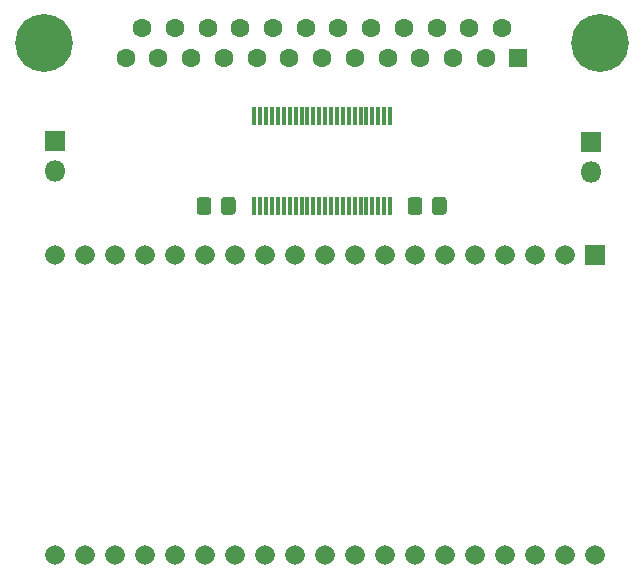
<source format=gbr>
%TF.GenerationSoftware,KiCad,Pcbnew,(5.1.6)-1*%
%TF.CreationDate,2022-10-28T15:03:09-04:00*%
%TF.ProjectId,Amiga ESP32fi,416d6967-6120-4455-9350-333266692e6b,rev?*%
%TF.SameCoordinates,Original*%
%TF.FileFunction,Soldermask,Top*%
%TF.FilePolarity,Negative*%
%FSLAX46Y46*%
G04 Gerber Fmt 4.6, Leading zero omitted, Abs format (unit mm)*
G04 Created by KiCad (PCBNEW (5.1.6)-1) date 2022-10-28 15:03:09*
%MOMM*%
%LPD*%
G01*
G04 APERTURE LIST*
%ADD10R,0.400000X1.575000*%
%ADD11R,1.600000X1.600000*%
%ADD12C,1.600000*%
%ADD13C,4.900000*%
%ADD14R,1.800000X1.800000*%
%ADD15O,1.800000X1.800000*%
%ADD16C,1.660000*%
%ADD17R,1.660000X1.660000*%
G04 APERTURE END LIST*
%TO.C,C1*%
G36*
G01*
X143044800Y-113635262D02*
X143044800Y-112678738D01*
G75*
G02*
X143316538Y-112407000I271738J0D01*
G01*
X144023062Y-112407000D01*
G75*
G02*
X144294800Y-112678738I0J-271738D01*
G01*
X144294800Y-113635262D01*
G75*
G02*
X144023062Y-113907000I-271738J0D01*
G01*
X143316538Y-113907000D01*
G75*
G02*
X143044800Y-113635262I0J271738D01*
G01*
G37*
G36*
G01*
X145094800Y-113635262D02*
X145094800Y-112678738D01*
G75*
G02*
X145366538Y-112407000I271738J0D01*
G01*
X146073062Y-112407000D01*
G75*
G02*
X146344800Y-112678738I0J-271738D01*
G01*
X146344800Y-113635262D01*
G75*
G02*
X146073062Y-113907000I-271738J0D01*
G01*
X145366538Y-113907000D01*
G75*
G02*
X145094800Y-113635262I0J271738D01*
G01*
G37*
%TD*%
D10*
%TO.C,IC1*%
X159420000Y-105584400D03*
X158920000Y-105584400D03*
X158420000Y-105584400D03*
X157920000Y-105584400D03*
X157420000Y-105584400D03*
X156920000Y-105584400D03*
X156420000Y-105584400D03*
X155920000Y-105584400D03*
X155420000Y-105584400D03*
X154920000Y-105584400D03*
X154420000Y-105584400D03*
X153920000Y-105584400D03*
X153420000Y-105584400D03*
X152920000Y-105584400D03*
X152420000Y-105584400D03*
X151920000Y-105584400D03*
X151420000Y-105584400D03*
X150920000Y-105584400D03*
X150420000Y-105584400D03*
X149920000Y-105584400D03*
X149420000Y-105584400D03*
X148920000Y-105584400D03*
X148420000Y-105584400D03*
X147920000Y-105584400D03*
X147920000Y-113160400D03*
X148420000Y-113160400D03*
X148920000Y-113160400D03*
X149420000Y-113160400D03*
X149920000Y-113160400D03*
X150420000Y-113160400D03*
X150920000Y-113160400D03*
X151420000Y-113160400D03*
X151920000Y-113160400D03*
X152420000Y-113160400D03*
X152920000Y-113160400D03*
X153420000Y-113160400D03*
X153920000Y-113160400D03*
X154420000Y-113160400D03*
X154920000Y-113160400D03*
X155420000Y-113160400D03*
X155920000Y-113160400D03*
X156420000Y-113160400D03*
X156920000Y-113160400D03*
X157420000Y-113160400D03*
X157920000Y-113160400D03*
X158420000Y-113160400D03*
X158920000Y-113160400D03*
X159420000Y-113160400D03*
%TD*%
D11*
%TO.C,J0*%
X170281600Y-100634800D03*
D12*
X167511600Y-100634800D03*
X164741600Y-100634800D03*
X161971600Y-100634800D03*
X159201600Y-100634800D03*
X156431600Y-100634800D03*
X153661600Y-100634800D03*
X150891600Y-100634800D03*
X148121600Y-100634800D03*
X145351600Y-100634800D03*
X142581600Y-100634800D03*
X139811600Y-100634800D03*
X137041600Y-100634800D03*
X168896600Y-98094800D03*
X166126600Y-98094800D03*
X163356600Y-98094800D03*
X160586600Y-98094800D03*
X157816600Y-98094800D03*
X155046600Y-98094800D03*
X152276600Y-98094800D03*
X149506600Y-98094800D03*
X146736600Y-98094800D03*
X143966600Y-98094800D03*
X141196600Y-98094800D03*
X138426600Y-98094800D03*
D13*
X177181600Y-99364800D03*
X130141600Y-99364800D03*
%TD*%
D14*
%TO.C,J1*%
X176453800Y-107746800D03*
D15*
X176453800Y-110286800D03*
%TD*%
%TO.C,J2*%
X131013200Y-110236000D03*
D14*
X131013200Y-107696000D03*
%TD*%
%TO.C,R1*%
G36*
G01*
X162160000Y-112678738D02*
X162160000Y-113635262D01*
G75*
G02*
X161888262Y-113907000I-271738J0D01*
G01*
X161181738Y-113907000D01*
G75*
G02*
X160910000Y-113635262I0J271738D01*
G01*
X160910000Y-112678738D01*
G75*
G02*
X161181738Y-112407000I271738J0D01*
G01*
X161888262Y-112407000D01*
G75*
G02*
X162160000Y-112678738I0J-271738D01*
G01*
G37*
G36*
G01*
X164210000Y-112678738D02*
X164210000Y-113635262D01*
G75*
G02*
X163938262Y-113907000I-271738J0D01*
G01*
X163231738Y-113907000D01*
G75*
G02*
X162960000Y-113635262I0J271738D01*
G01*
X162960000Y-112678738D01*
G75*
G02*
X163231738Y-112407000I271738J0D01*
G01*
X163938262Y-112407000D01*
G75*
G02*
X164210000Y-112678738I0J-271738D01*
G01*
G37*
%TD*%
D16*
%TO.C,U1*%
X131012000Y-142748000D03*
X133552000Y-142748000D03*
X136092000Y-142748000D03*
X138632000Y-142748000D03*
X141172000Y-142748000D03*
X143712000Y-142748000D03*
X146252000Y-142748000D03*
X148792000Y-142748000D03*
X151332000Y-142748000D03*
X153872000Y-142748000D03*
X156412000Y-142748000D03*
X158952000Y-142748000D03*
X161492000Y-142748000D03*
X164032000Y-142748000D03*
X166572000Y-142748000D03*
X169112000Y-142748000D03*
X171652000Y-142748000D03*
X174192000Y-142748000D03*
X176732000Y-142748000D03*
X133552000Y-117348000D03*
X136092000Y-117348000D03*
X138632000Y-117348000D03*
X141172000Y-117348000D03*
X143712000Y-117348000D03*
X146252000Y-117348000D03*
X148792000Y-117348000D03*
X151332000Y-117348000D03*
X153872000Y-117348000D03*
X156412000Y-117348000D03*
X158952000Y-117348000D03*
X161492000Y-117348000D03*
X164032000Y-117348000D03*
X166572000Y-117348000D03*
X169112000Y-117348000D03*
X171652000Y-117348000D03*
X131012000Y-117348000D03*
X174192000Y-117348000D03*
D17*
X176732000Y-117348000D03*
%TD*%
M02*

</source>
